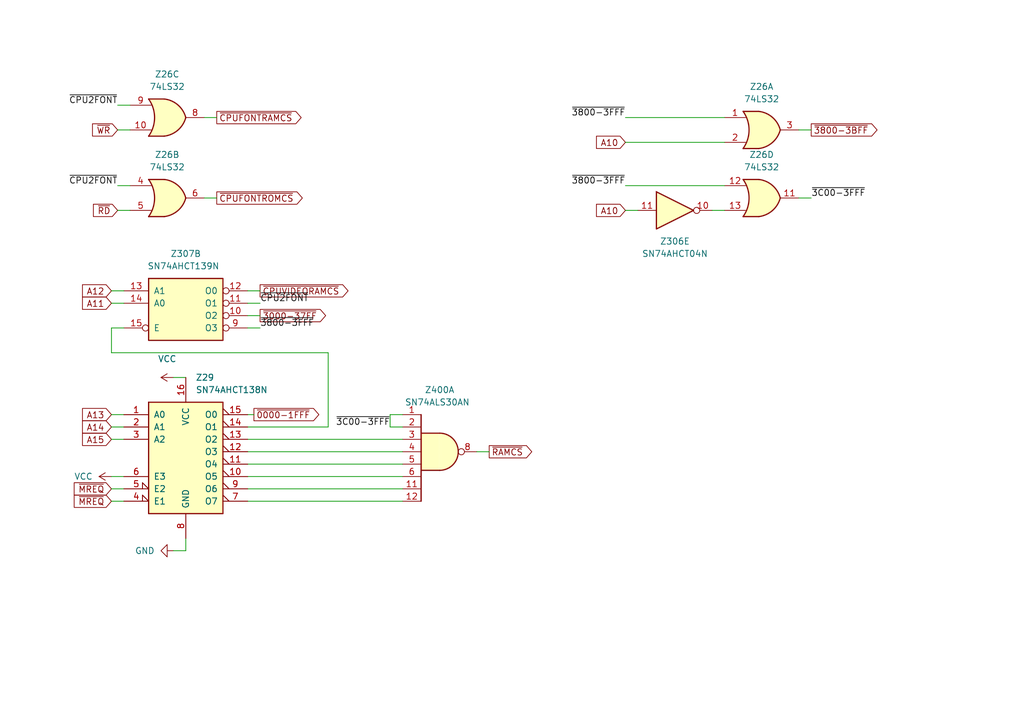
<source format=kicad_sch>
(kicad_sch (version 20211123) (generator eeschema)
  (paper "A5")
  (title_block (title "JupiterAce Z80 plus KIO and new memory format.") (date "2020-05-12") (rev "${REVNUM}") (company "Ontobus") (comment 1 "John Bradley") (comment 2 "https://creativecommons.org/licenses/by-nc-sa/4.0/") (comment 3 "Attribution-NonCommercial-ShareAlike 4.0 International License.") (comment 4 "This work is licensed under a Creative Commons "))
  (lib_symbols
    (symbol "74xx-FIX:74LS30" (pin_names (offset 1.016))
      (property "Reference" "U" (at 0 1.27 0))
      (property "Value" "74LS30" (at 0 -1.27 0))
      (symbol "74LS30_1_0"
        (pin no_connect line (at 0 -5.08 0) (length 2.54) hide (name "") (number "10"))
        (pin no_connect line (at -1.27 -6.35 0) (length 2.54) hide (name "") (number "13"))
        (pin no_connect line (at 0 -6.35 0) (length 2.54) hide (name "") (number "9"))
      )
      (symbol "74LS30_1_1"
        (arc (start 0 -3.81) (mid 3.81 0) (end 0 3.81) (stroke (width 0.254)) (fill (type background)))
        (polyline (pts (xy -3.81 7.62) (xy -3.81 -10.16)) (stroke (width 0.254)))
        (polyline (pts (xy 0 3.81) (xy -3.81 3.81) (xy -3.81 -3.81) (xy 0 -3.81)) (stroke (width 0.254)) (fill (type background)))
        (pin input line (at -7.62 7.62 0) (length 3.81) (name "~") (number "1"))
        (pin input line (at -7.62 -7.62 0) (length 3.81) (name "~") (number "11"))
        (pin input line (at -7.62 -10.16 0) (length 3.81) (name "~") (number "12"))
        (pin input line (at -7.62 5.08 0) (length 3.81) (name "~") (number "2"))
        (pin input line (at -7.62 2.54 0) (length 3.81) (name "~") (number "3"))
        (pin input line (at -7.62 0 0) (length 3.81) (name "~") (number "4"))
        (pin input line (at -7.62 -2.54 0) (length 3.81) (name "~") (number "5"))
        (pin input line (at -7.62 -5.08 0) (length 3.81) (name "~") (number "6"))
        (pin output inverted (at 7.62 0 180) (length 3.81) (name "~") (number "8"))
      )
      (symbol "74LS30_1_2"
        (arc (start -3.81 -3.81) (mid -2.589 0) (end -3.81 3.81) (stroke (width 0.254)))
        (arc (start -0.6096 -3.81) (mid 2.1855 -2.584) (end 3.81 0) (stroke (width 0.254)) (fill (type background)))
        (polyline (pts (xy -3.81 -3.81) (xy -3.81 -10.16)) (stroke (width 0.254)))
        (polyline (pts (xy -3.81 -3.81) (xy -0.635 -3.81)) (stroke (width 0.254)) (fill (type background)))
        (polyline (pts (xy -3.81 3.81) (xy -0.635 3.81)) (stroke (width 0.254)) (fill (type background)))
        (polyline (pts (xy -3.81 7.62) (xy -3.81 3.81)) (stroke (width 0.254)))
        (polyline (pts (xy -0.635 3.81) (xy -3.81 3.81) (xy -3.81 3.81) (xy -3.556 3.4036) (xy -3.0226 2.2606) (xy -2.6924 1.0414) (xy -2.6162 -0.254) (xy -2.7686 -1.4986) (xy -3.175 -2.7178) (xy -3.81 -3.81) (xy -3.81 -3.81) (xy -0.635 -3.81)) (stroke (width -25.4)) (fill (type background)))
        (arc (start 3.81 0) (mid 2.1928 2.5925) (end -0.6096 3.81) (stroke (width 0.254)) (fill (type background)))
        (pin input inverted (at -7.62 7.62 0) (length 3.81) (name "~") (number "1"))
        (pin input inverted (at -7.62 -7.62 0) (length 3.81) (name "~") (number "11"))
        (pin input inverted (at -7.62 -10.16 0) (length 3.81) (name "~") (number "12"))
        (pin input inverted (at -7.62 5.08 0) (length 3.81) (name "~") (number "2"))
        (pin input inverted (at -7.62 2.54 0) (length 4.5466) (name "~") (number "3"))
        (pin input inverted (at -7.62 0 0) (length 5.08) (name "~") (number "4"))
        (pin input inverted (at -7.62 -2.54 0) (length 4.5466) (name "~") (number "5"))
        (pin input inverted (at -7.62 -5.08 0) (length 3.81) (name "~") (number "6"))
        (pin output line (at 7.62 0 180) (length 3.81) (name "~") (number "8"))
      )
      (symbol "74LS30_2_0"
        (pin power_in line (at 0 12.7 270) (length 5.08) (name "VCC") (number "14"))
        (pin power_in line (at 0 -12.7 90) (length 5.08) (name "GND") (number "7"))
      )
      (symbol "74LS30_2_1"
        (rectangle (start -5.08 7.62) (end 5.08 -7.62) (stroke (width 0.254)) (fill (type background)))
      )
    )
    (symbol "74xx:74LS04"
      (property "Reference" "U" (at 0 1.27 0))
      (property "Value" "74LS04" (at 0 -1.27 0))
      (symbol "74LS04_1_0"
        (polyline (pts (xy -3.81 3.81) (xy -3.81 -3.81) (xy 3.81 0) (xy -3.81 3.81)) (stroke (width 0.254)) (fill (type background)))
        (pin input line (at -7.62 0 0) (length 3.81) (name "~") (number "1"))
        (pin output inverted (at 7.62 0 180) (length 3.81) (name "~") (number "2"))
      )
      (symbol "74LS04_2_0"
        (polyline (pts (xy -3.81 3.81) (xy -3.81 -3.81) (xy 3.81 0) (xy -3.81 3.81)) (stroke (width 0.254)) (fill (type background)))
        (pin input line (at -7.62 0 0) (length 3.81) (name "~") (number "3"))
        (pin output inverted (at 7.62 0 180) (length 3.81) (name "~") (number "4"))
      )
      (symbol "74LS04_3_0"
        (polyline (pts (xy -3.81 3.81) (xy -3.81 -3.81) (xy 3.81 0) (xy -3.81 3.81)) (stroke (width 0.254)) (fill (type background)))
        (pin input line (at -7.62 0 0) (length 3.81) (name "~") (number "5"))
        (pin output inverted (at 7.62 0 180) (length 3.81) (name "~") (number "6"))
      )
      (symbol "74LS04_4_0"
        (polyline (pts (xy -3.81 3.81) (xy -3.81 -3.81) (xy 3.81 0) (xy -3.81 3.81)) (stroke (width 0.254)) (fill (type background)))
        (pin output inverted (at 7.62 0 180) (length 3.81) (name "~") (number "8"))
        (pin input line (at -7.62 0 0) (length 3.81) (name "~") (number "9"))
      )
      (symbol "74LS04_5_0"
        (polyline (pts (xy -3.81 3.81) (xy -3.81 -3.81) (xy 3.81 0) (xy -3.81 3.81)) (stroke (width 0.254)) (fill (type background)))
        (pin output inverted (at 7.62 0 180) (length 3.81) (name "~") (number "10"))
        (pin input line (at -7.62 0 0) (length 3.81) (name "~") (number "11"))
      )
      (symbol "74LS04_6_0"
        (polyline (pts (xy -3.81 3.81) (xy -3.81 -3.81) (xy 3.81 0) (xy -3.81 3.81)) (stroke (width 0.254)) (fill (type background)))
        (pin output inverted (at 7.62 0 180) (length 3.81) (name "~") (number "12"))
        (pin input line (at -7.62 0 0) (length 3.81) (name "~") (number "13"))
      )
      (symbol "74LS04_7_0"
        (pin power_in line (at 0 12.7 270) (length 5.08) (name "VCC") (number "14"))
        (pin power_in line (at 0 -12.7 90) (length 5.08) (name "GND") (number "7"))
      )
      (symbol "74LS04_7_1"
        (rectangle (start -5.08 7.62) (end 5.08 -7.62) (stroke (width 0.254)) (fill (type background)))
      )
    )
    (symbol "74xx:74LS138" (pin_names (offset 1.016))
      (property "Reference" "U" (at -7.62 11.43 0))
      (property "Value" "74LS138" (at -7.62 -13.97 0))
      (symbol "74LS138_1_0"
        (pin input line (at -12.7 7.62 0) (length 5.08) (name "A0") (number "1"))
        (pin output output_low (at 12.7 -5.08 180) (length 5.08) (name "O5") (number "10"))
        (pin output output_low (at 12.7 -2.54 180) (length 5.08) (name "O4") (number "11"))
        (pin output output_low (at 12.7 0 180) (length 5.08) (name "O3") (number "12"))
        (pin output output_low (at 12.7 2.54 180) (length 5.08) (name "O2") (number "13"))
        (pin output output_low (at 12.7 5.08 180) (length 5.08) (name "O1") (number "14"))
        (pin output output_low (at 12.7 7.62 180) (length 5.08) (name "O0") (number "15"))
        (pin power_in line (at 0 15.24 270) (length 5.08) (name "VCC") (number "16"))
        (pin input line (at -12.7 5.08 0) (length 5.08) (name "A1") (number "2"))
        (pin input line (at -12.7 2.54 0) (length 5.08) (name "A2") (number "3"))
        (pin input input_low (at -12.7 -10.16 0) (length 5.08) (name "E1") (number "4"))
        (pin input input_low (at -12.7 -7.62 0) (length 5.08) (name "E2") (number "5"))
        (pin input line (at -12.7 -5.08 0) (length 5.08) (name "E3") (number "6"))
        (pin output output_low (at 12.7 -10.16 180) (length 5.08) (name "O7") (number "7"))
        (pin power_in line (at 0 -17.78 90) (length 5.08) (name "GND") (number "8"))
        (pin output output_low (at 12.7 -7.62 180) (length 5.08) (name "O6") (number "9"))
      )
      (symbol "74LS138_1_1"
        (rectangle (start -7.62 10.16) (end 7.62 -12.7) (stroke (width 0.254)) (fill (type background)))
      )
    )
    (symbol "74xx:74LS139" (pin_names (offset 1.016))
      (property "Reference" "U" (at -7.62 8.89 0))
      (property "Value" "74LS139" (at -7.62 -8.89 0))
      (symbol "74LS139_1_0"
        (pin input inverted (at -12.7 -5.08 0) (length 5.08) (name "E") (number "1"))
        (pin input line (at -12.7 0 0) (length 5.08) (name "A0") (number "2"))
        (pin input line (at -12.7 2.54 0) (length 5.08) (name "A1") (number "3"))
        (pin output inverted (at 12.7 2.54 180) (length 5.08) (name "O0") (number "4"))
        (pin output inverted (at 12.7 0 180) (length 5.08) (name "O1") (number "5"))
        (pin output inverted (at 12.7 -2.54 180) (length 5.08) (name "O2") (number "6"))
        (pin output inverted (at 12.7 -5.08 180) (length 5.08) (name "O3") (number "7"))
      )
      (symbol "74LS139_1_1"
        (rectangle (start -7.62 5.08) (end 7.62 -7.62) (stroke (width 0.254)) (fill (type background)))
      )
      (symbol "74LS139_2_0"
        (pin output inverted (at 12.7 -2.54 180) (length 5.08) (name "O2") (number "10"))
        (pin output inverted (at 12.7 0 180) (length 5.08) (name "O1") (number "11"))
        (pin output inverted (at 12.7 2.54 180) (length 5.08) (name "O0") (number "12"))
        (pin input line (at -12.7 2.54 0) (length 5.08) (name "A1") (number "13"))
        (pin input line (at -12.7 0 0) (length 5.08) (name "A0") (number "14"))
        (pin input inverted (at -12.7 -5.08 0) (length 5.08) (name "E") (number "15"))
        (pin output inverted (at 12.7 -5.08 180) (length 5.08) (name "O3") (number "9"))
      )
      (symbol "74LS139_2_1"
        (rectangle (start -7.62 5.08) (end 7.62 -7.62) (stroke (width 0.254)) (fill (type background)))
      )
      (symbol "74LS139_3_0"
        (pin power_in line (at 0 12.7 270) (length 5.08) (name "VCC") (number "16"))
        (pin power_in line (at 0 -12.7 90) (length 5.08) (name "GND") (number "8"))
      )
      (symbol "74LS139_3_1"
        (rectangle (start -5.08 7.62) (end 5.08 -7.62) (stroke (width 0.254)) (fill (type background)))
      )
    )
    (symbol "74xx:74LS32" (pin_names (offset 1.016))
      (property "Reference" "U" (at 0 1.27 0))
      (property "Value" "74LS32" (at 0 -1.27 0))
      (symbol "74LS32_1_1"
        (arc (start -3.81 -3.81) (mid -2.589 0) (end -3.81 3.81) (stroke (width 0.254)))
        (arc (start -0.6096 -3.81) (mid 2.1855 -2.584) (end 3.81 0) (stroke (width 0.254)) (fill (type background)))
        (polyline (pts (xy -3.81 -3.81) (xy -0.635 -3.81)) (stroke (width 0.254)) (fill (type background)))
        (polyline (pts (xy -3.81 3.81) (xy -0.635 3.81)) (stroke (width 0.254)) (fill (type background)))
        (polyline (pts (xy -0.635 3.81) (xy -3.81 3.81) (xy -3.81 3.81) (xy -3.556 3.4036) (xy -3.0226 2.2606) (xy -2.6924 1.0414) (xy -2.6162 -0.254) (xy -2.7686 -1.4986) (xy -3.175 -2.7178) (xy -3.81 -3.81) (xy -3.81 -3.81) (xy -0.635 -3.81)) (stroke (width -25.4)) (fill (type background)))
        (arc (start 3.81 0) (mid 2.1928 2.5925) (end -0.6096 3.81) (stroke (width 0.254)) (fill (type background)))
        (pin input line (at -7.62 2.54 0) (length 4.318) (name "~") (number "1"))
        (pin input line (at -7.62 -2.54 0) (length 4.318) (name "~") (number "2"))
        (pin output line (at 7.62 0 180) (length 3.81) (name "~") (number "3"))
      )
      (symbol "74LS32_1_2"
        (arc (start 0 -3.81) (mid 3.81 0) (end 0 3.81) (stroke (width 0.254)) (fill (type background)))
        (polyline (pts (xy 0 3.81) (xy -3.81 3.81) (xy -3.81 -3.81) (xy 0 -3.81)) (stroke (width 0.254)) (fill (type background)))
        (pin input inverted (at -7.62 2.54 0) (length 3.81) (name "~") (number "1"))
        (pin input inverted (at -7.62 -2.54 0) (length 3.81) (name "~") (number "2"))
        (pin output inverted (at 7.62 0 180) (length 3.81) (name "~") (number "3"))
      )
      (symbol "74LS32_2_1"
        (arc (start -3.81 -3.81) (mid -2.589 0) (end -3.81 3.81) (stroke (width 0.254)))
        (arc (start -0.6096 -3.81) (mid 2.1855 -2.584) (end 3.81 0) (stroke (width 0.254)) (fill (type background)))
        (polyline (pts (xy -3.81 -3.81) (xy -0.635 -3.81)) (stroke (width 0.254)) (fill (type background)))
        (polyline (pts (xy -3.81 3.81) (xy -0.635 3.81)) (stroke (width 0.254)) (fill (type background)))
        (polyline (pts (xy -0.635 3.81) (xy -3.81 3.81) (xy -3.81 3.81) (xy -3.556 3.4036) (xy -3.0226 2.2606) (xy -2.6924 1.0414) (xy -2.6162 -0.254) (xy -2.7686 -1.4986) (xy -3.175 -2.7178) (xy -3.81 -3.81) (xy -3.81 -3.81) (xy -0.635 -3.81)) (stroke (width -25.4)) (fill (type background)))
        (arc (start 3.81 0) (mid 2.1928 2.5925) (end -0.6096 3.81) (stroke (width 0.254)) (fill (type background)))
        (pin input line (at -7.62 2.54 0) (length 4.318) (name "~") (number "4"))
        (pin input line (at -7.62 -2.54 0) (length 4.318) (name "~") (number "5"))
        (pin output line (at 7.62 0 180) (length 3.81) (name "~") (number "6"))
      )
      (symbol "74LS32_2_2"
        (arc (start 0 -3.81) (mid 3.81 0) (end 0 3.81) (stroke (width 0.254)) (fill (type background)))
        (polyline (pts (xy 0 3.81) (xy -3.81 3.81) (xy -3.81 -3.81) (xy 0 -3.81)) (stroke (width 0.254)) (fill (type background)))
        (pin input inverted (at -7.62 2.54 0) (length 3.81) (name "~") (number "4"))
        (pin input inverted (at -7.62 -2.54 0) (length 3.81) (name "~") (number "5"))
        (pin output inverted (at 7.62 0 180) (length 3.81) (name "~") (number "6"))
      )
      (symbol "74LS32_3_1"
        (arc (start -3.81 -3.81) (mid -2.589 0) (end -3.81 3.81) (stroke (width 0.254)))
        (arc (start -0.6096 -3.81) (mid 2.1855 -2.584) (end 3.81 0) (stroke (width 0.254)) (fill (type background)))
        (polyline (pts (xy -3.81 -3.81) (xy -0.635 -3.81)) (stroke (width 0.254)) (fill (type background)))
        (polyline (pts (xy -3.81 3.81) (xy -0.635 3.81)) (stroke (width 0.254)) (fill (type background)))
        (polyline (pts (xy -0.635 3.81) (xy -3.81 3.81) (xy -3.81 3.81) (xy -3.556 3.4036) (xy -3.0226 2.2606) (xy -2.6924 1.0414) (xy -2.6162 -0.254) (xy -2.7686 -1.4986) (xy -3.175 -2.7178) (xy -3.81 -3.81) (xy -3.81 -3.81) (xy -0.635 -3.81)) (stroke (width -25.4)) (fill (type background)))
        (arc (start 3.81 0) (mid 2.1928 2.5925) (end -0.6096 3.81) (stroke (width 0.254)) (fill (type background)))
        (pin input line (at -7.62 -2.54 0) (length 4.318) (name "~") (number "10"))
        (pin output line (at 7.62 0 180) (length 3.81) (name "~") (number "8"))
        (pin input line (at -7.62 2.54 0) (length 4.318) (name "~") (number "9"))
      )
      (symbol "74LS32_3_2"
        (arc (start 0 -3.81) (mid 3.81 0) (end 0 3.81) (stroke (width 0.254)) (fill (type background)))
        (polyline (pts (xy 0 3.81) (xy -3.81 3.81) (xy -3.81 -3.81) (xy 0 -3.81)) (stroke (width 0.254)) (fill (type background)))
        (pin input inverted (at -7.62 -2.54 0) (length 3.81) (name "~") (number "10"))
        (pin output inverted (at 7.62 0 180) (length 3.81) (name "~") (number "8"))
        (pin input inverted (at -7.62 2.54 0) (length 3.81) (name "~") (number "9"))
      )
      (symbol "74LS32_4_1"
        (arc (start -3.81 -3.81) (mid -2.589 0) (end -3.81 3.81) (stroke (width 0.254)))
        (arc (start -0.6096 -3.81) (mid 2.1855 -2.584) (end 3.81 0) (stroke (width 0.254)) (fill (type background)))
        (polyline (pts (xy -3.81 -3.81) (xy -0.635 -3.81)) (stroke (width 0.254)) (fill (type background)))
        (polyline (pts (xy -3.81 3.81) (xy -0.635 3.81)) (stroke (width 0.254)) (fill (type background)))
        (polyline (pts (xy -0.635 3.81) (xy -3.81 3.81) (xy -3.81 3.81) (xy -3.556 3.4036) (xy -3.0226 2.2606) (xy -2.6924 1.0414) (xy -2.6162 -0.254) (xy -2.7686 -1.4986) (xy -3.175 -2.7178) (xy -3.81 -3.81) (xy -3.81 -3.81) (xy -0.635 -3.81)) (stroke (width -25.4)) (fill (type background)))
        (arc (start 3.81 0) (mid 2.1928 2.5925) (end -0.6096 3.81) (stroke (width 0.254)) (fill (type background)))
        (pin output line (at 7.62 0 180) (length 3.81) (name "~") (number "11"))
        (pin input line (at -7.62 2.54 0) (length 4.318) (name "~") (number "12"))
        (pin input line (at -7.62 -2.54 0) (length 4.318) (name "~") (number "13"))
      )
      (symbol "74LS32_4_2"
        (arc (start 0 -3.81) (mid 3.81 0) (end 0 3.81) (stroke (width 0.254)) (fill (type background)))
        (polyline (pts (xy 0 3.81) (xy -3.81 3.81) (xy -3.81 -3.81) (xy 0 -3.81)) (stroke (width 0.254)) (fill (type background)))
        (pin output inverted (at 7.62 0 180) (length 3.81) (name "~") (number "11"))
        (pin input inverted (at -7.62 2.54 0) (length 3.81) (name "~") (number "12"))
        (pin input inverted (at -7.62 -2.54 0) (length 3.81) (name "~") (number "13"))
      )
      (symbol "74LS32_5_0"
        (pin power_in line (at 0 12.7 270) (length 5.08) (name "VCC") (number "14"))
        (pin power_in line (at 0 -12.7 90) (length 5.08) (name "GND") (number "7"))
      )
      (symbol "74LS32_5_1"
        (rectangle (start -5.08 7.62) (end 5.08 -7.62) (stroke (width 0.254)) (fill (type background)))
      )
    )
    (symbol "power:GND" (power) (pin_names (offset 0))
      (property "Value" "GND" (at 0 -3.81 0))
      (symbol "GND_0_1"
        (polyline (pts (xy 0 0) (xy 0 -1.27) (xy 1.27 -1.27) (xy 0 -2.54) (xy -1.27 -1.27) (xy 0 -1.27)))
      )
      (symbol "GND_1_1"
        (pin power_in line (at 0 0 270) (length 0) hide (name "GND") (number "1"))
      )
    )
    (symbol "power:VCC" (power) (pin_names (offset 0))
      (property "Value" "VCC" (at 0 3.81 0))
      (symbol "VCC_0_1"
        (polyline (pts (xy -0.762 1.27) (xy 0 2.54)))
        (polyline (pts (xy 0 0) (xy 0 2.54)))
        (polyline (pts (xy 0 2.54) (xy 0.762 1.27)))
      )
      (symbol "VCC_1_1"
        (pin power_in line (at 0 0 90) (length 0) hide (name "VCC") (number "1"))
      )
    )
  )
  (wire (pts (xy 50.8 64.77) (xy 53.34 64.77)))
  (wire (pts (xy 22.86 67.31) (xy 25.4 67.31)))
  (wire (pts (xy 41.91 24.13) (xy 44.45 24.13)))
  (wire (pts (xy 22.86 100.33) (xy 25.4 100.33)))
  (wire (pts (xy 128.27 29.21) (xy 148.59 29.21)))
  (wire (pts (xy 50.8 100.33) (xy 82.55 100.33)))
  (wire (pts (xy 41.91 40.64) (xy 44.45 40.64)))
  (wire (pts (xy 50.8 92.71) (xy 82.55 92.71)))
  (wire (pts (xy 50.8 90.17) (xy 82.55 90.17)))
  (wire (pts (xy 50.8 62.23) (xy 53.34 62.23)))
  (wire (pts (xy 128.27 38.1) (xy 148.59 38.1)))
  (wire (pts (xy 130.81 43.18) (xy 128.27 43.18)))
  (wire (pts (xy 50.8 59.69) (xy 53.34 59.69)))
  (wire (pts (xy 38.1 113.03) (xy 35.56 113.03)))
  (wire (pts (xy 25.4 62.23) (xy 22.86 62.23)))
  (wire (pts (xy 50.8 67.31) (xy 53.34 67.31)))
  (wire (pts (xy 50.8 102.87) (xy 82.55 102.87)))
  (wire (pts (xy 25.4 59.69) (xy 22.86 59.69)))
  (wire (pts (xy 128.27 24.13) (xy 148.59 24.13)))
  (wire (pts (xy 26.67 43.18) (xy 24.13 43.18)))
  (wire (pts (xy 35.56 77.47) (xy 38.1 77.47)))
  (wire (pts (xy 80.01 87.63) (xy 80.01 85.09)))
  (wire (pts (xy 22.86 90.17) (xy 25.4 90.17)))
  (wire (pts (xy 163.83 40.64) (xy 166.37 40.64)))
  (wire (pts (xy 38.1 110.49) (xy 38.1 113.03)))
  (wire (pts (xy 163.83 26.67) (xy 166.37 26.67)))
  (wire (pts (xy 50.8 87.63) (xy 67.31 87.63)))
  (wire (pts (xy 26.67 21.59) (xy 24.13 21.59)))
  (wire (pts (xy 26.67 26.67) (xy 24.13 26.67)))
  (wire (pts (xy 22.86 102.87) (xy 25.4 102.87)))
  (wire (pts (xy 80.01 85.09) (xy 82.55 85.09)))
  (wire (pts (xy 22.86 85.09) (xy 25.4 85.09)))
  (wire (pts (xy 67.31 72.39) (xy 67.31 87.63)))
  (wire (pts (xy 146.05 43.18) (xy 148.59 43.18)))
  (wire (pts (xy 50.8 85.09) (xy 52.07 85.09)))
  (wire (pts (xy 67.31 72.39) (xy 22.86 72.39)))
  (wire (pts (xy 97.79 92.71) (xy 100.33 92.71)))
  (wire (pts (xy 22.86 97.79) (xy 25.4 97.79)))
  (wire (pts (xy 80.01 87.63) (xy 82.55 87.63)))
  (wire (pts (xy 50.8 97.79) (xy 82.55 97.79)))
  (wire (pts (xy 22.86 67.31) (xy 22.86 72.39)))
  (wire (pts (xy 22.86 87.63) (xy 25.4 87.63)))
  (wire (pts (xy 50.8 95.25) (xy 82.55 95.25)))
  (wire (pts (xy 26.67 38.1) (xy 24.13 38.1)))
  (label "~{CPU2FONT}" (at 24.13 38.1 0))
  (label "~{3C00-3FFF}" (at 166.37 40.64 0))
  (label "~{3C00-3FFF}" (at 80.01 87.63 0))
  (label "~{3800-3FFF}" (at 53.34 67.31 0))
  (label "~{CPU2FONT}" (at 24.13 21.59 180))
  (label "~{CPU2FONT}" (at 53.34 62.23 0))
  (label "~{3800-3FFF}" (at 128.27 38.1 180))
  (label "~{3800-3FFF}" (at 128.27 24.13 180))
  (global_label "~{MREQ}" (shape input) (at 22.86 102.87 180) (property "Intersheet References" "${INTERSHEET_REFS}" (at 15.3348 102.7906 0) (effects (justify right))))
  (global_label "A10" (shape input) (at 128.27 43.18 180) (property "Intersheet References" "${INTERSHEET_REFS}" (at 122.4382 43.1006 0) (effects (justify right))))
  (global_label "A12" (shape input) (at 22.86 59.69 180) (property "Intersheet References" "${INTERSHEET_REFS}" (at 17.0282 59.6106 0) (effects (justify right))))
  (global_label "~{MREQ}" (shape input) (at 22.86 100.33 180) (property "Intersheet References" "${INTERSHEET_REFS}" (at 15.3348 100.2506 0) (effects (justify right))))
  (global_label "A10" (shape input) (at 128.27 29.21 180) (property "Intersheet References" "${INTERSHEET_REFS}" (at 122.4382 29.1306 0) (effects (justify right))))
  (global_label "~{3800-3BFF}" (shape output) (at 166.37 26.67 0) (property "Intersheet References" "${INTERSHEET_REFS}" (at 179.7613 26.5906 0) (effects (justify left))))
  (global_label "~{CPUVIDEORAMCS}" (shape output) (at 53.34 59.69 0) (property "Intersheet References" "${INTERSHEET_REFS}" (at 71.2671 59.6106 0) (effects (justify left))))
  (global_label "~{RD}" (shape input) (at 24.13 43.18 180) (property "Intersheet References" "${INTERSHEET_REFS}" (at 19.2658 43.1006 0) (effects (justify right))))
  (global_label "~{3000-37FF}" (shape output) (at 53.34 64.77 0) (property "Intersheet References" "${INTERSHEET_REFS}" (at 66.6709 64.6906 0) (effects (justify left))))
  (global_label "A11" (shape input) (at 22.86 62.23 180) (property "Intersheet References" "${INTERSHEET_REFS}" (at 17.0282 62.1506 0) (effects (justify right))))
  (global_label "~{RAMCS}" (shape output) (at 100.33 92.71 0) (property "Intersheet References" "${INTERSHEET_REFS}" (at 108.9437 92.6306 0) (effects (justify left))))
  (global_label "A13" (shape input) (at 22.86 85.09 180) (property "Intersheet References" "${INTERSHEET_REFS}" (at 17.0282 85.0106 0) (effects (justify right))))
  (global_label "~{CPUFONTROMCS}" (shape output) (at 44.45 40.64 0) (property "Intersheet References" "${INTERSHEET_REFS}" (at 61.8932 40.5606 0) (effects (justify left))))
  (global_label "A15" (shape input) (at 22.86 90.17 180) (property "Intersheet References" "${INTERSHEET_REFS}" (at 17.0282 90.0906 0) (effects (justify right))))
  (global_label "~{CPUFONTRAMCS}" (shape output) (at 44.45 24.13 0) (property "Intersheet References" "${INTERSHEET_REFS}" (at 61.6513 24.0506 0) (effects (justify left))))
  (global_label "~{WR}" (shape input) (at 24.13 26.67 180) (property "Intersheet References" "${INTERSHEET_REFS}" (at 19.0844 26.5906 0) (effects (justify right))))
  (global_label "~{0000-1FFF}" (shape output) (at 52.07 85.09 0) (property "Intersheet References" "${INTERSHEET_REFS}" (at 65.2799 85.0106 0) (effects (justify left))))
  (global_label "A14" (shape input) (at 22.86 87.63 180) (property "Intersheet References" "${INTERSHEET_REFS}" (at 17.0282 87.5506 0) (effects (justify right))))
  (symbol (lib_id "74xx:74LS139") (at 38.1 62.23 0) (unit 2)
    (property "Reference" "Z307" (at 38.1 52.07 0))
    (property "Value" "SN74AHCT139N " (at 38.1 54.61 0))
    (property "Footprint" "Package_DIP:DIP-16_W7.62mm" (effects hide))
    (property "Datasheet" "http://www.ti.com/lit/ds/symlink/sn74ls139a.pdf" (effects hide))
    (property "Manufacturer_Name" "Texas Instruments" (effects hide))
    (property "Manufacturer_Part_Number" "SN74AHCT139N" (effects hide))
  )
  (symbol (lib_id "power:VCC") (at 35.56 77.47 90) (unit 1)
    (property "Reference" "#~PWR0104" (effects hide))
    (property "Value" "VCC" (at 34.29 73.66 90))
  )
  (symbol (lib_id "power:GND") (at 35.56 113.03 270) (unit 1)
    (property "Reference" "#~PWR0115" (effects hide))
    (property "Value" "GND" (at 31.75 113.0299 90) (effects (justify right)))
  )
  (symbol (lib_id "power:VCC") (at 22.86 97.79 90) (unit 1)
    (property "Reference" "#~PWR0139" (effects hide))
    (property "Value" "VCC" (at 19.05 97.7899 90) (effects (justify left)))
  )
  (symbol (lib_id "74xx:74LS138") (at 38.1 92.71 0) (unit 1)
    (property "Reference" "Z29" (at 40.1194 77.47 0) (effects (justify left)))
    (property "Value" "SN74AHCT138N" (at 40.1194 80.01 0) (effects (justify left)))
    (property "Footprint" "Package_DIP:DIP-16_W7.62mm" (effects hide))
    (property "Datasheet" "http://www.ti.com/lit/gpn/sn74LS138" (effects hide))
    (property "Manufacturer_Part_Number" "SN74AHCT138N" (effects hide))
    (property "Manufacturer_Name" "Texas Instruments" (effects hide))
  )
  (symbol (lib_id "74xx-FIX:74LS30") (at 90.17 92.71 0) (unit 1)
    (property "Reference" "Z400" (at 90.17 80.01 0))
    (property "Value" "SN74ALS30AN " (at 90.17 82.55 0))
    (property "Footprint" "Package_DIP:DIP-14_W7.62mm" (effects hide))
    (property "Datasheet" "http://www.ti.com/lit/gpn/sn74LS30" (effects hide))
    (property "Manufacturer_Part_Number" "SN74ALS30AN " (effects hide))
    (property "Manufacturer_Name" "Texas Instruments" (effects hide))
  )
  (symbol (lib_id "74xx:74LS32") (at 156.21 40.64 0) (unit 4)
    (property "Reference" "Z26" (at 156.21 31.75 0))
    (property "Value" "74LS32" (at 156.21 34.29 0))
    (property "Footprint" "Package_DIP:DIP-14_W7.62mm" (effects hide))
    (property "Datasheet" "http://www.ti.com/lit/gpn/sn74LS32" (effects hide))
  )
  (symbol (lib_id "74xx:74LS32") (at 34.29 24.13 0) (unit 3)
    (property "Reference" "Z26" (at 34.29 15.24 0))
    (property "Value" "74LS32" (at 34.29 17.78 0))
    (property "Footprint" "Package_DIP:DIP-14_W7.62mm" (effects hide))
    (property "Datasheet" "http://www.ti.com/lit/gpn/sn74LS32" (effects hide))
  )
  (symbol (lib_id "74xx:74LS32") (at 156.21 26.67 0) (unit 1)
    (property "Reference" "Z26" (at 156.21 17.78 0))
    (property "Value" "74LS32" (at 156.21 20.32 0))
    (property "Footprint" "Package_DIP:DIP-14_W7.62mm" (effects hide))
    (property "Datasheet" "http://www.ti.com/lit/gpn/sn74LS32" (effects hide))
  )
  (symbol (lib_id "74xx:74LS04") (at 138.43 43.18 0) (unit 5)
    (property "Reference" "Z306" (at 138.43 49.53 0))
    (property "Value" "SN74AHCT04N" (at 138.43 52.07 0))
    (property "Footprint" "Package_DIP:DIP-14_W7.62mm" (effects hide))
    (property "Datasheet" "http://www.ti.com/lit/gpn/sn74LS04" (effects hide))
    (property "Manufacturer_Part_Number" "SN74AHCT04N" (effects hide))
    (property "Manufacturer_Name" "Texas Instruments" (effects hide))
  )
  (symbol (lib_id "74xx:74LS32") (at 34.29 40.64 0) (unit 2)
    (property "Reference" "Z26" (at 34.29 31.75 0))
    (property "Value" "74LS32" (at 34.29 34.29 0))
    (property "Footprint" "Package_DIP:DIP-14_W7.62mm" (effects hide))
    (property "Datasheet" "http://www.ti.com/lit/gpn/sn74LS32" (effects hide))
  )
)
</source>
